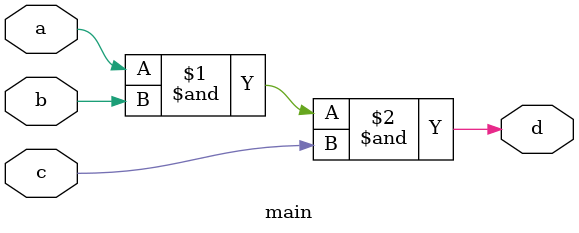
<source format=v>
`timescale 1ns / 1ps

module main(a,b,c,d
    );
	 
	 input a,b,c;
	 output d;
	 
	 assign d = a&b&c;


endmodule

</source>
